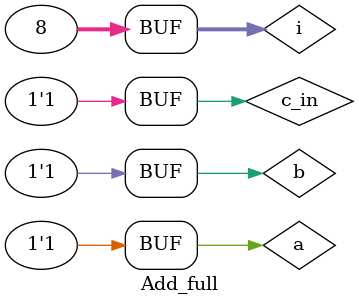
<source format=v>
module Add_half(sum, c_out, a, b);

  input a, b;
  output sum, c_out;

  xor M(sum, a, b);
  and N(c_out, a, b);

endmodule

module Add_full();

  reg a, b, c_in;
  wire sum, c_out;
  wire w1, w2, w3;
  integer i;

  Add_half M1(w1, w2, a , b);
  Add_half M2(sum, w3, c_in, w1);
  or (c_out, w2, w3);

  initial begin
    $monitor("a: %b b: %b c_in: %b sum: %b c_out: %b @ %0t", a, b, c_in, sum, c_out, $time);
    for (i = 0; i < 8; i = i + 1)
    begin
      {a, b, c_in} = i;
      #10;
    end
  end

  initial begin
    $dumpfile("Add.vcd");
    $dumpvars();
  end

endmodule

</source>
